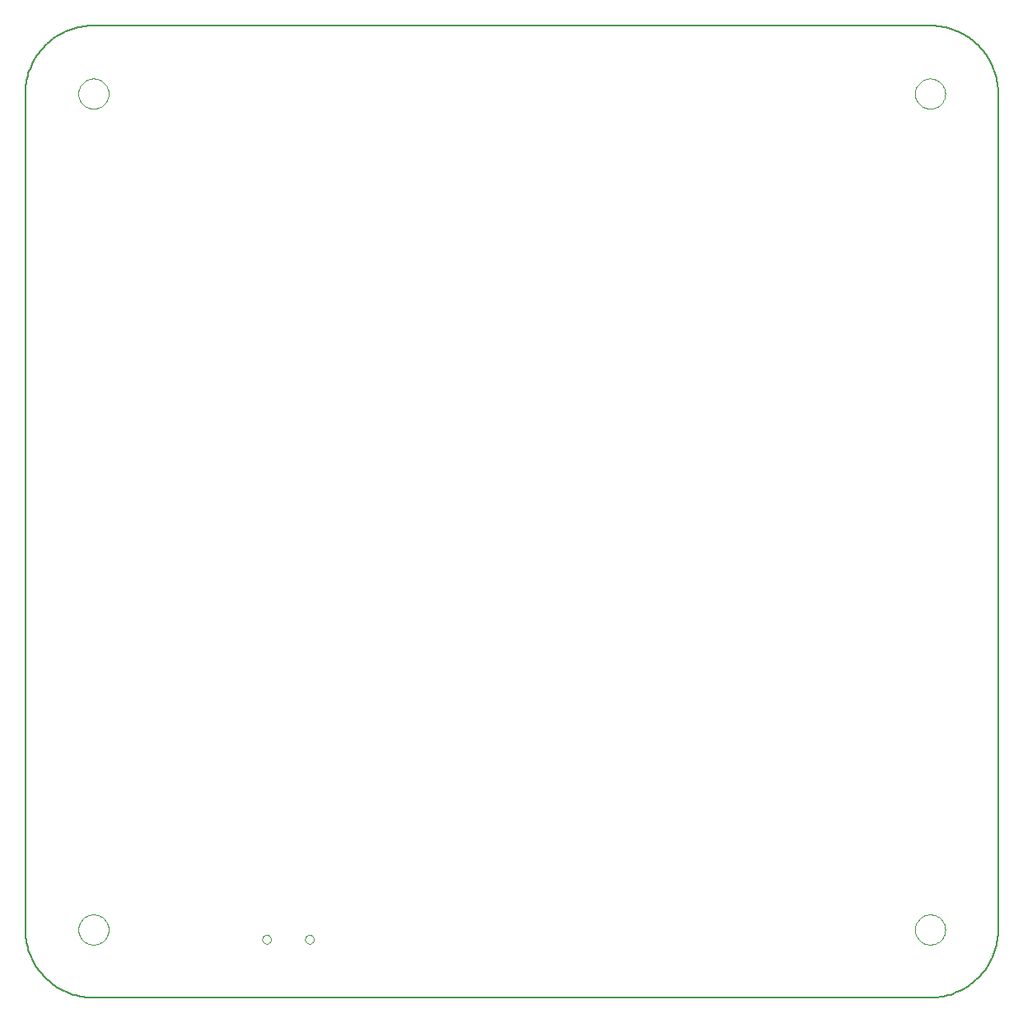
<source format=gko>
G75*
%MOIN*%
%OFA0B0*%
%FSLAX24Y24*%
%IPPOS*%
%LPD*%
%AMOC8*
5,1,8,0,0,1.08239X$1,22.5*
%
%ADD10C,0.0080*%
%ADD11C,0.0000*%
D10*
X002936Y005451D02*
X036794Y005451D01*
X036897Y005453D01*
X037000Y005459D01*
X037103Y005468D01*
X037205Y005482D01*
X037306Y005499D01*
X037407Y005520D01*
X037507Y005545D01*
X037606Y005573D01*
X037704Y005606D01*
X037801Y005642D01*
X037896Y005681D01*
X037990Y005724D01*
X038082Y005770D01*
X038172Y005820D01*
X038260Y005873D01*
X038347Y005930D01*
X038431Y005990D01*
X038512Y006052D01*
X038592Y006118D01*
X038669Y006187D01*
X038743Y006258D01*
X038814Y006332D01*
X038883Y006409D01*
X038949Y006489D01*
X039011Y006570D01*
X039071Y006654D01*
X039128Y006741D01*
X039181Y006829D01*
X039231Y006919D01*
X039277Y007011D01*
X039320Y007105D01*
X039359Y007200D01*
X039395Y007297D01*
X039428Y007395D01*
X039456Y007494D01*
X039481Y007594D01*
X039502Y007695D01*
X039519Y007796D01*
X039533Y007898D01*
X039542Y008001D01*
X039548Y008104D01*
X039550Y008207D01*
X039550Y042066D01*
X039548Y042169D01*
X039542Y042272D01*
X039533Y042375D01*
X039519Y042477D01*
X039502Y042578D01*
X039481Y042679D01*
X039456Y042779D01*
X039428Y042878D01*
X039395Y042976D01*
X039359Y043073D01*
X039320Y043168D01*
X039277Y043262D01*
X039231Y043354D01*
X039181Y043444D01*
X039128Y043532D01*
X039071Y043619D01*
X039011Y043703D01*
X038949Y043784D01*
X038883Y043864D01*
X038814Y043941D01*
X038743Y044015D01*
X038669Y044086D01*
X038592Y044155D01*
X038512Y044221D01*
X038431Y044283D01*
X038347Y044343D01*
X038260Y044400D01*
X038172Y044453D01*
X038082Y044503D01*
X037990Y044549D01*
X037896Y044592D01*
X037801Y044631D01*
X037704Y044667D01*
X037606Y044700D01*
X037507Y044728D01*
X037407Y044753D01*
X037306Y044774D01*
X037205Y044791D01*
X037103Y044805D01*
X037000Y044814D01*
X036897Y044820D01*
X036794Y044822D01*
X002936Y044822D01*
X002833Y044820D01*
X002730Y044814D01*
X002627Y044805D01*
X002525Y044791D01*
X002424Y044774D01*
X002323Y044753D01*
X002223Y044728D01*
X002124Y044700D01*
X002026Y044667D01*
X001929Y044631D01*
X001834Y044592D01*
X001740Y044549D01*
X001648Y044503D01*
X001558Y044453D01*
X001470Y044400D01*
X001383Y044343D01*
X001299Y044283D01*
X001218Y044221D01*
X001138Y044155D01*
X001061Y044086D01*
X000987Y044015D01*
X000916Y043941D01*
X000847Y043864D01*
X000781Y043784D01*
X000719Y043703D01*
X000659Y043619D01*
X000602Y043532D01*
X000549Y043444D01*
X000499Y043354D01*
X000453Y043262D01*
X000410Y043168D01*
X000371Y043073D01*
X000335Y042976D01*
X000302Y042878D01*
X000274Y042779D01*
X000249Y042679D01*
X000228Y042578D01*
X000211Y042477D01*
X000197Y042375D01*
X000188Y042272D01*
X000182Y042169D01*
X000180Y042066D01*
X000180Y008207D01*
X000182Y008104D01*
X000188Y008001D01*
X000197Y007898D01*
X000211Y007796D01*
X000228Y007695D01*
X000249Y007594D01*
X000274Y007494D01*
X000302Y007395D01*
X000335Y007297D01*
X000371Y007200D01*
X000410Y007105D01*
X000453Y007011D01*
X000499Y006919D01*
X000549Y006829D01*
X000602Y006741D01*
X000659Y006654D01*
X000719Y006570D01*
X000781Y006489D01*
X000847Y006409D01*
X000916Y006332D01*
X000987Y006258D01*
X001061Y006187D01*
X001138Y006118D01*
X001218Y006052D01*
X001299Y005990D01*
X001383Y005930D01*
X001470Y005873D01*
X001558Y005820D01*
X001648Y005770D01*
X001740Y005724D01*
X001834Y005681D01*
X001929Y005642D01*
X002026Y005606D01*
X002124Y005573D01*
X002223Y005545D01*
X002323Y005520D01*
X002424Y005499D01*
X002525Y005482D01*
X002627Y005468D01*
X002730Y005459D01*
X002833Y005453D01*
X002936Y005451D01*
D11*
X002326Y008207D02*
X002328Y008256D01*
X002334Y008305D01*
X002344Y008353D01*
X002357Y008400D01*
X002375Y008446D01*
X002396Y008490D01*
X002420Y008533D01*
X002448Y008573D01*
X002479Y008612D01*
X002513Y008647D01*
X002550Y008680D01*
X002589Y008709D01*
X002631Y008735D01*
X002674Y008758D01*
X002720Y008777D01*
X002766Y008793D01*
X002814Y008805D01*
X002862Y008813D01*
X002911Y008817D01*
X002961Y008817D01*
X003010Y008813D01*
X003058Y008805D01*
X003106Y008793D01*
X003152Y008777D01*
X003198Y008758D01*
X003241Y008735D01*
X003283Y008709D01*
X003322Y008680D01*
X003359Y008647D01*
X003393Y008612D01*
X003424Y008573D01*
X003452Y008533D01*
X003476Y008490D01*
X003497Y008446D01*
X003515Y008400D01*
X003528Y008353D01*
X003538Y008305D01*
X003544Y008256D01*
X003546Y008207D01*
X003544Y008158D01*
X003538Y008109D01*
X003528Y008061D01*
X003515Y008014D01*
X003497Y007968D01*
X003476Y007924D01*
X003452Y007881D01*
X003424Y007841D01*
X003393Y007802D01*
X003359Y007767D01*
X003322Y007734D01*
X003283Y007705D01*
X003241Y007679D01*
X003198Y007656D01*
X003152Y007637D01*
X003106Y007621D01*
X003058Y007609D01*
X003010Y007601D01*
X002961Y007597D01*
X002911Y007597D01*
X002862Y007601D01*
X002814Y007609D01*
X002766Y007621D01*
X002720Y007637D01*
X002674Y007656D01*
X002631Y007679D01*
X002589Y007705D01*
X002550Y007734D01*
X002513Y007767D01*
X002479Y007802D01*
X002448Y007841D01*
X002420Y007881D01*
X002396Y007924D01*
X002375Y007968D01*
X002357Y008014D01*
X002344Y008061D01*
X002334Y008109D01*
X002328Y008158D01*
X002326Y008207D01*
X009767Y007814D02*
X009769Y007840D01*
X009775Y007866D01*
X009785Y007891D01*
X009798Y007914D01*
X009814Y007934D01*
X009834Y007952D01*
X009856Y007967D01*
X009879Y007979D01*
X009905Y007987D01*
X009931Y007991D01*
X009957Y007991D01*
X009983Y007987D01*
X010009Y007979D01*
X010033Y007967D01*
X010054Y007952D01*
X010074Y007934D01*
X010090Y007914D01*
X010103Y007891D01*
X010113Y007866D01*
X010119Y007840D01*
X010121Y007814D01*
X010119Y007788D01*
X010113Y007762D01*
X010103Y007737D01*
X010090Y007714D01*
X010074Y007694D01*
X010054Y007676D01*
X010032Y007661D01*
X010009Y007649D01*
X009983Y007641D01*
X009957Y007637D01*
X009931Y007637D01*
X009905Y007641D01*
X009879Y007649D01*
X009855Y007661D01*
X009834Y007676D01*
X009814Y007694D01*
X009798Y007714D01*
X009785Y007737D01*
X009775Y007762D01*
X009769Y007788D01*
X009767Y007814D01*
X011499Y007814D02*
X011501Y007840D01*
X011507Y007866D01*
X011517Y007891D01*
X011530Y007914D01*
X011546Y007934D01*
X011566Y007952D01*
X011588Y007967D01*
X011611Y007979D01*
X011637Y007987D01*
X011663Y007991D01*
X011689Y007991D01*
X011715Y007987D01*
X011741Y007979D01*
X011765Y007967D01*
X011786Y007952D01*
X011806Y007934D01*
X011822Y007914D01*
X011835Y007891D01*
X011845Y007866D01*
X011851Y007840D01*
X011853Y007814D01*
X011851Y007788D01*
X011845Y007762D01*
X011835Y007737D01*
X011822Y007714D01*
X011806Y007694D01*
X011786Y007676D01*
X011764Y007661D01*
X011741Y007649D01*
X011715Y007641D01*
X011689Y007637D01*
X011663Y007637D01*
X011637Y007641D01*
X011611Y007649D01*
X011587Y007661D01*
X011566Y007676D01*
X011546Y007694D01*
X011530Y007714D01*
X011517Y007737D01*
X011507Y007762D01*
X011501Y007788D01*
X011499Y007814D01*
X036184Y008207D02*
X036186Y008256D01*
X036192Y008305D01*
X036202Y008353D01*
X036215Y008400D01*
X036233Y008446D01*
X036254Y008490D01*
X036278Y008533D01*
X036306Y008573D01*
X036337Y008612D01*
X036371Y008647D01*
X036408Y008680D01*
X036447Y008709D01*
X036489Y008735D01*
X036532Y008758D01*
X036578Y008777D01*
X036624Y008793D01*
X036672Y008805D01*
X036720Y008813D01*
X036769Y008817D01*
X036819Y008817D01*
X036868Y008813D01*
X036916Y008805D01*
X036964Y008793D01*
X037010Y008777D01*
X037056Y008758D01*
X037099Y008735D01*
X037141Y008709D01*
X037180Y008680D01*
X037217Y008647D01*
X037251Y008612D01*
X037282Y008573D01*
X037310Y008533D01*
X037334Y008490D01*
X037355Y008446D01*
X037373Y008400D01*
X037386Y008353D01*
X037396Y008305D01*
X037402Y008256D01*
X037404Y008207D01*
X037402Y008158D01*
X037396Y008109D01*
X037386Y008061D01*
X037373Y008014D01*
X037355Y007968D01*
X037334Y007924D01*
X037310Y007881D01*
X037282Y007841D01*
X037251Y007802D01*
X037217Y007767D01*
X037180Y007734D01*
X037141Y007705D01*
X037099Y007679D01*
X037056Y007656D01*
X037010Y007637D01*
X036964Y007621D01*
X036916Y007609D01*
X036868Y007601D01*
X036819Y007597D01*
X036769Y007597D01*
X036720Y007601D01*
X036672Y007609D01*
X036624Y007621D01*
X036578Y007637D01*
X036532Y007656D01*
X036489Y007679D01*
X036447Y007705D01*
X036408Y007734D01*
X036371Y007767D01*
X036337Y007802D01*
X036306Y007841D01*
X036278Y007881D01*
X036254Y007924D01*
X036233Y007968D01*
X036215Y008014D01*
X036202Y008061D01*
X036192Y008109D01*
X036186Y008158D01*
X036184Y008207D01*
X036184Y042066D02*
X036186Y042115D01*
X036192Y042164D01*
X036202Y042212D01*
X036215Y042259D01*
X036233Y042305D01*
X036254Y042349D01*
X036278Y042392D01*
X036306Y042432D01*
X036337Y042471D01*
X036371Y042506D01*
X036408Y042539D01*
X036447Y042568D01*
X036489Y042594D01*
X036532Y042617D01*
X036578Y042636D01*
X036624Y042652D01*
X036672Y042664D01*
X036720Y042672D01*
X036769Y042676D01*
X036819Y042676D01*
X036868Y042672D01*
X036916Y042664D01*
X036964Y042652D01*
X037010Y042636D01*
X037056Y042617D01*
X037099Y042594D01*
X037141Y042568D01*
X037180Y042539D01*
X037217Y042506D01*
X037251Y042471D01*
X037282Y042432D01*
X037310Y042392D01*
X037334Y042349D01*
X037355Y042305D01*
X037373Y042259D01*
X037386Y042212D01*
X037396Y042164D01*
X037402Y042115D01*
X037404Y042066D01*
X037402Y042017D01*
X037396Y041968D01*
X037386Y041920D01*
X037373Y041873D01*
X037355Y041827D01*
X037334Y041783D01*
X037310Y041740D01*
X037282Y041700D01*
X037251Y041661D01*
X037217Y041626D01*
X037180Y041593D01*
X037141Y041564D01*
X037099Y041538D01*
X037056Y041515D01*
X037010Y041496D01*
X036964Y041480D01*
X036916Y041468D01*
X036868Y041460D01*
X036819Y041456D01*
X036769Y041456D01*
X036720Y041460D01*
X036672Y041468D01*
X036624Y041480D01*
X036578Y041496D01*
X036532Y041515D01*
X036489Y041538D01*
X036447Y041564D01*
X036408Y041593D01*
X036371Y041626D01*
X036337Y041661D01*
X036306Y041700D01*
X036278Y041740D01*
X036254Y041783D01*
X036233Y041827D01*
X036215Y041873D01*
X036202Y041920D01*
X036192Y041968D01*
X036186Y042017D01*
X036184Y042066D01*
X002326Y042066D02*
X002328Y042115D01*
X002334Y042164D01*
X002344Y042212D01*
X002357Y042259D01*
X002375Y042305D01*
X002396Y042349D01*
X002420Y042392D01*
X002448Y042432D01*
X002479Y042471D01*
X002513Y042506D01*
X002550Y042539D01*
X002589Y042568D01*
X002631Y042594D01*
X002674Y042617D01*
X002720Y042636D01*
X002766Y042652D01*
X002814Y042664D01*
X002862Y042672D01*
X002911Y042676D01*
X002961Y042676D01*
X003010Y042672D01*
X003058Y042664D01*
X003106Y042652D01*
X003152Y042636D01*
X003198Y042617D01*
X003241Y042594D01*
X003283Y042568D01*
X003322Y042539D01*
X003359Y042506D01*
X003393Y042471D01*
X003424Y042432D01*
X003452Y042392D01*
X003476Y042349D01*
X003497Y042305D01*
X003515Y042259D01*
X003528Y042212D01*
X003538Y042164D01*
X003544Y042115D01*
X003546Y042066D01*
X003544Y042017D01*
X003538Y041968D01*
X003528Y041920D01*
X003515Y041873D01*
X003497Y041827D01*
X003476Y041783D01*
X003452Y041740D01*
X003424Y041700D01*
X003393Y041661D01*
X003359Y041626D01*
X003322Y041593D01*
X003283Y041564D01*
X003241Y041538D01*
X003198Y041515D01*
X003152Y041496D01*
X003106Y041480D01*
X003058Y041468D01*
X003010Y041460D01*
X002961Y041456D01*
X002911Y041456D01*
X002862Y041460D01*
X002814Y041468D01*
X002766Y041480D01*
X002720Y041496D01*
X002674Y041515D01*
X002631Y041538D01*
X002589Y041564D01*
X002550Y041593D01*
X002513Y041626D01*
X002479Y041661D01*
X002448Y041700D01*
X002420Y041740D01*
X002396Y041783D01*
X002375Y041827D01*
X002357Y041873D01*
X002344Y041920D01*
X002334Y041968D01*
X002328Y042017D01*
X002326Y042066D01*
M02*

</source>
